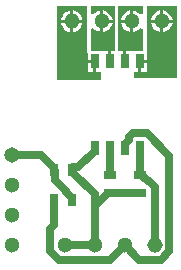
<source format=gtl>
G04*
G04 #@! TF.GenerationSoftware,Altium Limited,Altium Designer,24.10.1 (45)*
G04*
G04 Layer_Physical_Order=1*
G04 Layer_Color=255*
%FSLAX25Y25*%
%MOIN*%
G70*
G04*
G04 #@! TF.SameCoordinates,E5876448-55ED-4AE9-9455-0B125572086D*
G04*
G04*
G04 #@! TF.FilePolarity,Positive*
G04*
G01*
G75*
%ADD18R,0.04331X0.03150*%
%ADD19R,0.03150X0.04331*%
%ADD20R,0.02756X0.05118*%
%ADD21C,0.02500*%
%ADD22O,0.05118X0.05236*%
%ADD23C,0.05118*%
%ADD24O,0.05236X0.05118*%
G36*
X43500Y73099D02*
X42100D01*
Y69540D01*
X41100D01*
Y73099D01*
X39600D01*
Y73100D01*
X35300D01*
Y80490D01*
X35983Y80750D01*
X36200Y80767D01*
X36815Y80152D01*
X37626Y79684D01*
X38500Y79449D01*
Y83000D01*
Y86551D01*
X37626Y86317D01*
X36815Y85848D01*
X36200Y85233D01*
X35983Y85250D01*
X35300Y85510D01*
Y88000D01*
X43500D01*
Y73099D01*
D02*
G37*
G36*
X34200Y72300D02*
X34222D01*
Y70040D01*
X36600D01*
Y69540D01*
X37100D01*
Y65981D01*
X38600D01*
Y63300D01*
X24000D01*
Y88000D01*
X34200D01*
Y72300D01*
D02*
G37*
G36*
X52600Y85656D02*
X52311Y85475D01*
X51700Y85333D01*
X51185Y85848D01*
X50374Y86317D01*
X49500Y86551D01*
Y83000D01*
Y79449D01*
X50374Y79684D01*
X51185Y80152D01*
X51700Y80667D01*
X52311Y80525D01*
X52600Y80344D01*
Y73100D01*
X48700D01*
Y73099D01*
X47100D01*
Y69540D01*
X46100D01*
Y73099D01*
X44520D01*
Y88000D01*
X52600D01*
Y85656D01*
D02*
G37*
G36*
X64000Y63900D02*
X49700D01*
Y65981D01*
X51100D01*
Y69540D01*
X51600D01*
Y70040D01*
X53978D01*
Y72700D01*
X54000D01*
Y88000D01*
X64000D01*
Y63900D01*
D02*
G37*
%LPC*%
G36*
X39500Y86551D02*
Y83500D01*
X42551D01*
X42316Y84374D01*
X41848Y85185D01*
X41185Y85848D01*
X40374Y86317D01*
X39500Y86551D01*
D02*
G37*
G36*
X42551Y82500D02*
X39500D01*
Y79449D01*
X40374Y79684D01*
X41185Y80152D01*
X41848Y80815D01*
X42316Y81626D01*
X42551Y82500D01*
D02*
G37*
G36*
X29500Y86583D02*
Y83500D01*
X32532D01*
X32467Y83988D01*
X32109Y84854D01*
X31538Y85597D01*
X30795Y86168D01*
X29929Y86527D01*
X29500Y86583D01*
D02*
G37*
G36*
X28500D02*
X28071Y86527D01*
X27205Y86168D01*
X26462Y85597D01*
X25891Y84854D01*
X25533Y83988D01*
X25468Y83500D01*
X28500D01*
Y86583D01*
D02*
G37*
G36*
X32532Y82500D02*
X29500D01*
Y79417D01*
X29929Y79474D01*
X30795Y79832D01*
X31538Y80403D01*
X32109Y81146D01*
X32467Y82012D01*
X32532Y82500D01*
D02*
G37*
G36*
X28500D02*
X25468D01*
X25533Y82012D01*
X25891Y81146D01*
X26462Y80403D01*
X27205Y79832D01*
X28071Y79474D01*
X28500Y79417D01*
Y82500D01*
D02*
G37*
G36*
X36100Y69040D02*
X34222D01*
Y65981D01*
X36100D01*
Y69040D01*
D02*
G37*
G36*
X48500Y86551D02*
X47626Y86317D01*
X46815Y85848D01*
X46152Y85185D01*
X45684Y84374D01*
X45449Y83500D01*
X48500D01*
Y86551D01*
D02*
G37*
G36*
Y82500D02*
X45449D01*
X45684Y81626D01*
X46152Y80815D01*
X46815Y80152D01*
X47626Y79684D01*
X48500Y79449D01*
Y82500D01*
D02*
G37*
G36*
X59500Y86551D02*
Y83500D01*
X62551D01*
X62317Y84374D01*
X61848Y85185D01*
X61185Y85848D01*
X60374Y86317D01*
X59500Y86551D01*
D02*
G37*
G36*
X58500D02*
X57626Y86317D01*
X56815Y85848D01*
X56152Y85185D01*
X55683Y84374D01*
X55449Y83500D01*
X58500D01*
Y86551D01*
D02*
G37*
G36*
X62551Y82500D02*
X59500D01*
Y79449D01*
X60374Y79684D01*
X61185Y80152D01*
X61848Y80815D01*
X62317Y81626D01*
X62551Y82500D01*
D02*
G37*
G36*
X58500D02*
X55449D01*
X55683Y81626D01*
X56152Y80815D01*
X56815Y80152D01*
X57626Y79684D01*
X58500Y79449D01*
Y82500D01*
D02*
G37*
G36*
X53978Y69040D02*
X52100D01*
Y65981D01*
X53978D01*
Y69040D01*
D02*
G37*
%LPD*%
D18*
X41600Y25800D02*
D03*
Y31705D02*
D03*
X51600Y25800D02*
D03*
Y31705D02*
D03*
D19*
X29100Y33300D02*
D03*
X23194D02*
D03*
X29100Y23300D02*
D03*
X23194D02*
D03*
D20*
X51600Y69540D02*
D03*
X46600D02*
D03*
X41600D02*
D03*
X36600D02*
D03*
X51600Y40800D02*
D03*
X46600D02*
D03*
X41600D02*
D03*
X36600D02*
D03*
D21*
X58592Y3432D02*
X61409Y6249D01*
X46600Y8300D02*
X51468Y3432D01*
X26600Y8300D02*
X36600D01*
X51468Y3432D02*
X58592D01*
X24608Y3491D02*
X41791D01*
X46600Y8300D01*
X23194Y33300D02*
X23519Y32975D01*
Y29897D02*
X27019Y26397D01*
X23519Y29897D02*
Y32975D01*
X27019Y25971D02*
Y26397D01*
Y25971D02*
X29100Y23890D01*
X41600Y25800D02*
X51600D01*
X41600Y31705D02*
Y40800D01*
X29100Y33891D02*
X29425Y34215D01*
X31196D02*
X36600Y39619D01*
X29425Y34215D02*
X31196D01*
X23194Y33300D02*
Y33891D01*
X36600Y39619D02*
Y40800D01*
X29100Y23300D02*
Y23890D01*
X41009Y25800D02*
X41600D01*
X36600Y21391D02*
X41009Y25800D01*
X36600Y21391D02*
Y25210D01*
X29100Y32709D02*
Y33300D01*
Y32709D02*
X36600Y25210D01*
X29100Y33300D02*
Y33891D01*
X56600Y8300D02*
Y27722D01*
X51600Y31705D02*
Y40800D01*
X54697Y29625D02*
X56600Y27722D01*
X54271Y29625D02*
X54697D01*
X52191Y31705D02*
X54271Y29625D01*
X51600Y31705D02*
X52191D01*
X21791Y6308D02*
X24608Y3491D01*
X23194Y15048D02*
Y23300D01*
X21791Y13645D02*
X23194Y15048D01*
X21791Y6308D02*
Y13645D01*
X18785Y38300D02*
X23194Y33891D01*
X9100Y38300D02*
X18785D01*
X36600Y8300D02*
Y21391D01*
X46600Y41981D02*
X47972Y43353D01*
X53910Y45609D02*
X61409Y38110D01*
X47972Y43353D02*
Y44291D01*
X49290Y45609D01*
X53910D01*
X61409Y6249D02*
Y38110D01*
X46600Y40800D02*
Y41981D01*
D22*
X56600Y8300D02*
D03*
X29000Y83000D02*
D03*
D23*
X46600Y8300D02*
D03*
X36600D02*
D03*
X26600D02*
D03*
X39000Y83000D02*
D03*
X49000D02*
D03*
X59000D02*
D03*
X9100Y28300D02*
D03*
Y18300D02*
D03*
Y8300D02*
D03*
D24*
Y38300D02*
D03*
M02*

</source>
